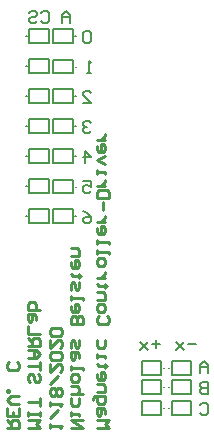
<source format=gbo>
G04*
G04 #@! TF.GenerationSoftware,Altium Limited,Altium Designer,21.0.8 (223)*
G04*
G04 Layer_Color=32896*
%FSLAX25Y25*%
%MOIN*%
G70*
G04*
G04 #@! TF.SameCoordinates,84E36BB9-B4DE-43A9-923A-922111DECC7A*
G04*
G04*
G04 #@! TF.FilePolarity,Positive*
G04*
G01*
G75*
%ADD12C,0.00800*%
%ADD14C,0.01000*%
%ADD68C,0.00500*%
D12*
X39534Y96299D02*
X40867Y95632D01*
X42200Y94299D01*
Y92966D01*
X41534Y92300D01*
X40201D01*
X39534Y92966D01*
Y93633D01*
X40201Y94299D01*
X42200D01*
X39534Y106299D02*
X42200D01*
Y104299D01*
X40867Y104966D01*
X40201D01*
X39534Y104299D01*
Y102966D01*
X40201Y102300D01*
X41534D01*
X42200Y102966D01*
X40201Y112300D02*
Y116299D01*
X42200Y114299D01*
X39534D01*
X42200Y125632D02*
X41534Y126299D01*
X40201D01*
X39534Y125632D01*
Y124966D01*
X40201Y124299D01*
X40867D01*
X40201D01*
X39534Y123633D01*
Y122967D01*
X40201Y122300D01*
X41534D01*
X42200Y122967D01*
X39534Y132300D02*
X42200D01*
X39534Y134966D01*
Y135632D01*
X40201Y136299D01*
X41534D01*
X42200Y135632D01*
Y142300D02*
X40867D01*
X41534D01*
Y146299D01*
X42200Y145632D01*
Y155632D02*
X41534Y156299D01*
X40201D01*
X39534Y155632D01*
Y152966D01*
X40201Y152300D01*
X41534D01*
X42200Y152966D01*
Y155632D01*
X35200Y158800D02*
Y161466D01*
X33867Y162799D01*
X32534Y161466D01*
Y158800D01*
Y160799D01*
X35200D01*
X25534Y162132D02*
X26201Y162799D01*
X27534D01*
X28200Y162132D01*
Y159467D01*
X27534Y158800D01*
X26201D01*
X25534Y159467D01*
X21535Y162132D02*
X22202Y162799D01*
X23535D01*
X24201Y162132D01*
Y161466D01*
X23535Y160799D01*
X22202D01*
X21535Y160133D01*
Y159467D01*
X22202Y158800D01*
X23535D01*
X24201Y159467D01*
X78534Y31632D02*
X79201Y32299D01*
X80534D01*
X81200Y31632D01*
Y28966D01*
X80534Y28300D01*
X79201D01*
X78534Y28966D01*
X81200Y39299D02*
Y35300D01*
X79201D01*
X78534Y35966D01*
Y36633D01*
X79201Y37299D01*
X81200D01*
X79201D01*
X78534Y37966D01*
Y38632D01*
X79201Y39299D01*
X81200D01*
Y42300D02*
Y44966D01*
X79867Y46299D01*
X78534Y44966D01*
Y42300D01*
Y44299D01*
X81200D01*
X65200Y51799D02*
X62534D01*
X63867Y53132D02*
Y50466D01*
X61201Y52466D02*
X58535Y49800D01*
X59868Y51133D01*
X58535Y52466D01*
X61201Y49800D01*
X77200Y51799D02*
X74534D01*
X73201Y52466D02*
X70535Y49800D01*
X71868Y51133D01*
X70535Y52466D01*
X73201Y49800D01*
D14*
X44327Y23900D02*
X48325D01*
X46992Y25233D01*
X48325Y26566D01*
X44327D01*
X46992Y28565D02*
Y29898D01*
X46326Y30564D01*
X44327D01*
Y28565D01*
X44993Y27899D01*
X45660Y28565D01*
Y30564D01*
X42994Y33230D02*
Y33897D01*
X43660Y34563D01*
X46992D01*
Y32564D01*
X46326Y31897D01*
X44993D01*
X44327Y32564D01*
Y34563D01*
Y35896D02*
X46992D01*
Y37896D01*
X46326Y38562D01*
X44327D01*
Y41894D02*
Y40561D01*
X44993Y39895D01*
X46326D01*
X46992Y40561D01*
Y41894D01*
X46326Y42561D01*
X45660D01*
Y39895D01*
X47659Y44560D02*
X46992D01*
Y43894D01*
Y45226D01*
Y44560D01*
X44993D01*
X44327Y45226D01*
Y47226D02*
Y48559D01*
Y47892D01*
X46992D01*
Y47226D01*
Y53224D02*
Y51224D01*
X46326Y50558D01*
X44993D01*
X44327Y51224D01*
Y53224D01*
X47659Y61221D02*
X48325Y60555D01*
Y59222D01*
X47659Y58556D01*
X44993D01*
X44327Y59222D01*
Y60555D01*
X44993Y61221D01*
X44327Y63221D02*
Y64553D01*
X44993Y65220D01*
X46326D01*
X46992Y64553D01*
Y63221D01*
X46326Y62554D01*
X44993D01*
X44327Y63221D01*
Y66553D02*
X46992D01*
Y68552D01*
X46326Y69219D01*
X44327D01*
X47659Y71218D02*
X46992D01*
Y70552D01*
Y71885D01*
Y71218D01*
X44993D01*
X44327Y71885D01*
X46992Y73884D02*
X44327D01*
X45660D01*
X46326Y74550D01*
X46992Y75217D01*
Y75883D01*
X44327Y78549D02*
Y79882D01*
X44993Y80548D01*
X46326D01*
X46992Y79882D01*
Y78549D01*
X46326Y77883D01*
X44993D01*
X44327Y78549D01*
Y81881D02*
Y83214D01*
Y82548D01*
X48325D01*
Y81881D01*
X44327Y85214D02*
Y86546D01*
Y85880D01*
X48325D01*
Y85214D01*
X44327Y90545D02*
Y89212D01*
X44993Y88546D01*
X46326D01*
X46992Y89212D01*
Y90545D01*
X46326Y91212D01*
X45660D01*
Y88546D01*
X46992Y92545D02*
X44327D01*
X45660D01*
X46326Y93211D01*
X46992Y93877D01*
Y94544D01*
X46326Y96543D02*
Y99209D01*
X48325Y100542D02*
X44327D01*
Y102541D01*
X44993Y103208D01*
X47659D01*
X48325Y102541D01*
Y100542D01*
X46992Y104541D02*
X44327D01*
X45660D01*
X46326Y105207D01*
X46992Y105874D01*
Y106540D01*
X44327Y108539D02*
Y109872D01*
Y109206D01*
X46992D01*
Y108539D01*
Y111872D02*
X44327Y113205D01*
X46992Y114537D01*
X44327Y117870D02*
Y116537D01*
X44993Y115870D01*
X46326D01*
X46992Y116537D01*
Y117870D01*
X46326Y118536D01*
X45660D01*
Y115870D01*
X46992Y119869D02*
X44327D01*
X45660D01*
X46326Y120536D01*
X46992Y121202D01*
Y121868D01*
X35795Y23900D02*
X39794D01*
X35795Y26566D01*
X39794D01*
X35795Y27899D02*
Y29232D01*
Y28565D01*
X38461D01*
Y27899D01*
Y33897D02*
Y31897D01*
X37795Y31231D01*
X36462D01*
X35795Y31897D01*
Y33897D01*
X39794Y35230D02*
X35795D01*
X37795D01*
X38461Y35896D01*
Y37229D01*
X37795Y37896D01*
X35795D01*
Y39895D02*
Y41228D01*
X36462Y41894D01*
X37795D01*
X38461Y41228D01*
Y39895D01*
X37795Y39228D01*
X36462D01*
X35795Y39895D01*
Y43227D02*
Y44560D01*
Y43894D01*
X39794D01*
Y43227D01*
X38461Y47226D02*
Y48559D01*
X37795Y49225D01*
X35795D01*
Y47226D01*
X36462Y46559D01*
X37128Y47226D01*
Y49225D01*
X35795Y50558D02*
Y52557D01*
X36462Y53224D01*
X37128Y52557D01*
Y51224D01*
X37795Y50558D01*
X38461Y51224D01*
Y53224D01*
X39794Y58556D02*
X35795D01*
Y60555D01*
X36462Y61221D01*
X37128D01*
X37795Y60555D01*
Y58556D01*
Y60555D01*
X38461Y61221D01*
X39128D01*
X39794Y60555D01*
Y58556D01*
X35795Y64553D02*
Y63221D01*
X36462Y62554D01*
X37795D01*
X38461Y63221D01*
Y64553D01*
X37795Y65220D01*
X37128D01*
Y62554D01*
X35795Y66553D02*
Y67886D01*
Y67219D01*
X39794D01*
Y66553D01*
X35795Y69885D02*
Y71885D01*
X36462Y72551D01*
X37128Y71885D01*
Y70552D01*
X37795Y69885D01*
X38461Y70552D01*
Y72551D01*
X39128Y74550D02*
X38461D01*
Y73884D01*
Y75217D01*
Y74550D01*
X36462D01*
X35795Y75217D01*
Y79216D02*
Y77883D01*
X36462Y77216D01*
X37795D01*
X38461Y77883D01*
Y79216D01*
X37795Y79882D01*
X37128D01*
Y77216D01*
X35795Y81215D02*
X38461D01*
Y83214D01*
X37795Y83881D01*
X35795D01*
X28597Y23900D02*
Y25233D01*
Y24566D01*
X32596D01*
X31929Y23900D01*
X28597Y27232D02*
X31263Y29898D01*
X28597Y31231D02*
Y32564D01*
Y31897D01*
X32596D01*
X31929Y31231D01*
Y34563D02*
X32596Y35230D01*
Y36563D01*
X31929Y37229D01*
X31263D01*
X30596Y36563D01*
X29930Y37229D01*
X29263D01*
X28597Y36563D01*
Y35230D01*
X29263Y34563D01*
X29930D01*
X30596Y35230D01*
X31263Y34563D01*
X31929D01*
X30596Y35230D02*
Y36563D01*
X28597Y38562D02*
X31263Y41228D01*
X28597Y45226D02*
Y42561D01*
X31263Y45226D01*
X31929D01*
X32596Y44560D01*
Y43227D01*
X31929Y42561D01*
Y46559D02*
X32596Y47226D01*
Y48559D01*
X31929Y49225D01*
X29263D01*
X28597Y48559D01*
Y47226D01*
X29263Y46559D01*
X31929D01*
X28597Y53224D02*
Y50558D01*
X31263Y53224D01*
X31929D01*
X32596Y52557D01*
Y51224D01*
X31929Y50558D01*
Y54557D02*
X32596Y55223D01*
Y56556D01*
X31929Y57223D01*
X29263D01*
X28597Y56556D01*
Y55223D01*
X29263Y54557D01*
X31929D01*
X21398Y23900D02*
X25397D01*
X24064Y25233D01*
X25397Y26566D01*
X21398D01*
X25397Y27899D02*
Y29232D01*
Y28565D01*
X21398D01*
Y27899D01*
Y29232D01*
X25397Y31231D02*
Y33897D01*
Y32564D01*
X21398D01*
X24731Y41894D02*
X25397Y41228D01*
Y39895D01*
X24731Y39228D01*
X24064D01*
X23398Y39895D01*
Y41228D01*
X22731Y41894D01*
X22065D01*
X21398Y41228D01*
Y39895D01*
X22065Y39228D01*
X25397Y43227D02*
Y45893D01*
Y44560D01*
X21398D01*
Y47226D02*
X24064D01*
X25397Y48559D01*
X24064Y49892D01*
X21398D01*
X23398D01*
Y47226D01*
X21398Y51224D02*
X25397D01*
Y53224D01*
X24731Y53890D01*
X23398D01*
X22731Y53224D01*
Y51224D01*
Y52557D02*
X21398Y53890D01*
X25397Y55223D02*
X21398D01*
Y57889D01*
X24064Y59888D02*
Y61221D01*
X23398Y61888D01*
X21398D01*
Y59888D01*
X22065Y59222D01*
X22731Y59888D01*
Y61888D01*
X25397Y63221D02*
X21398D01*
Y65220D01*
X22065Y65886D01*
X22731D01*
X23398D01*
X24064Y65220D01*
Y63221D01*
X14200Y23900D02*
X18199D01*
Y25899D01*
X17532Y26566D01*
X16199D01*
X15533Y25899D01*
Y23900D01*
Y25233D02*
X14200Y26566D01*
X18199Y30564D02*
Y27899D01*
X14200D01*
Y30564D01*
X16199Y27899D02*
Y29232D01*
X18199Y31897D02*
X15533D01*
X14200Y33230D01*
X15533Y34563D01*
X18199D01*
X14200Y35896D02*
X14866D01*
Y36563D01*
X14200D01*
Y35896D01*
X17532Y45893D02*
X18199Y45226D01*
Y43894D01*
X17532Y43227D01*
X14866D01*
X14200Y43894D01*
Y45226D01*
X14866Y45893D01*
D68*
X69200Y41700D02*
X75800D01*
X69200D02*
Y46300D01*
X75800D01*
Y41700D02*
Y46300D01*
X68300Y44000D02*
X68400D01*
X21700Y92200D02*
X28300D01*
X21700D02*
Y96800D01*
X28300D01*
Y92200D02*
Y96800D01*
X20800Y94500D02*
X20900D01*
X21700Y102200D02*
X28300D01*
X21700D02*
Y106800D01*
X28300D01*
Y102200D02*
Y106800D01*
X20800Y104500D02*
X20900D01*
X21700Y112200D02*
X28300D01*
X21700D02*
Y116800D01*
X28300D01*
Y112200D02*
Y116800D01*
X20800Y114500D02*
X20900D01*
X21700Y122200D02*
X28300D01*
X21700D02*
Y126800D01*
X28300D01*
Y122200D02*
Y126800D01*
X20800Y124500D02*
X20900D01*
X21700Y132200D02*
X28300D01*
X21700D02*
Y136800D01*
X28300D01*
Y132200D02*
Y136800D01*
X20800Y134500D02*
X20900D01*
X21700Y142200D02*
X28300D01*
X21700D02*
Y146800D01*
X28300D01*
Y142200D02*
Y146800D01*
X20800Y144500D02*
X20900D01*
X21700Y152200D02*
X28300D01*
X21700D02*
Y156800D01*
X28300D01*
Y152200D02*
Y156800D01*
X20800Y154500D02*
X20900D01*
X69200Y28200D02*
X75800D01*
X69200D02*
Y32800D01*
X75800D01*
Y28200D02*
Y32800D01*
X68300Y30500D02*
X68400D01*
X59200Y32800D02*
X65800D01*
Y28200D02*
Y32800D01*
X59200Y28200D02*
X65800D01*
X59200D02*
Y32800D01*
X66600Y30500D02*
X66700D01*
X69200Y35200D02*
X75800D01*
X69200D02*
Y39800D01*
X75800D01*
Y35200D02*
Y39800D01*
X68300Y37500D02*
X68400D01*
X59200Y39800D02*
X65800D01*
Y35200D02*
Y39800D01*
X59200Y35200D02*
X65800D01*
X59200D02*
Y39800D01*
X66600Y37500D02*
X66700D01*
X59200Y46300D02*
X65800D01*
Y41700D02*
Y46300D01*
X59200Y41700D02*
X65800D01*
X59200D02*
Y46300D01*
X66600Y44000D02*
X66700D01*
X29700Y96800D02*
X36300D01*
Y92200D02*
Y96800D01*
X29700Y92200D02*
X36300D01*
X29700D02*
Y96800D01*
X37100Y94500D02*
X37200D01*
X29800Y106700D02*
X36400D01*
Y102100D02*
Y106700D01*
X29800Y102100D02*
X36400D01*
X29800D02*
Y106700D01*
X37200Y104400D02*
X37300D01*
X29700Y116800D02*
X36300D01*
Y112200D02*
Y116800D01*
X29700Y112200D02*
X36300D01*
X29700D02*
Y116800D01*
X37100Y114500D02*
X37200D01*
X29700Y126800D02*
X36300D01*
Y122200D02*
Y126800D01*
X29700Y122200D02*
X36300D01*
X29700D02*
Y126800D01*
X37100Y124500D02*
X37200D01*
X29700Y136800D02*
X36300D01*
Y132200D02*
Y136800D01*
X29700Y132200D02*
X36300D01*
X29700D02*
Y136800D01*
X37100Y134500D02*
X37200D01*
X29800Y146700D02*
X36400D01*
Y142100D02*
Y146700D01*
X29800Y142100D02*
X36400D01*
X29800D02*
Y146700D01*
X37200Y144400D02*
X37300D01*
X29700Y156800D02*
X36300D01*
Y152200D02*
Y156800D01*
X29700Y152200D02*
X36300D01*
X29700D02*
Y156800D01*
X37100Y154500D02*
X37200D01*
M02*

</source>
